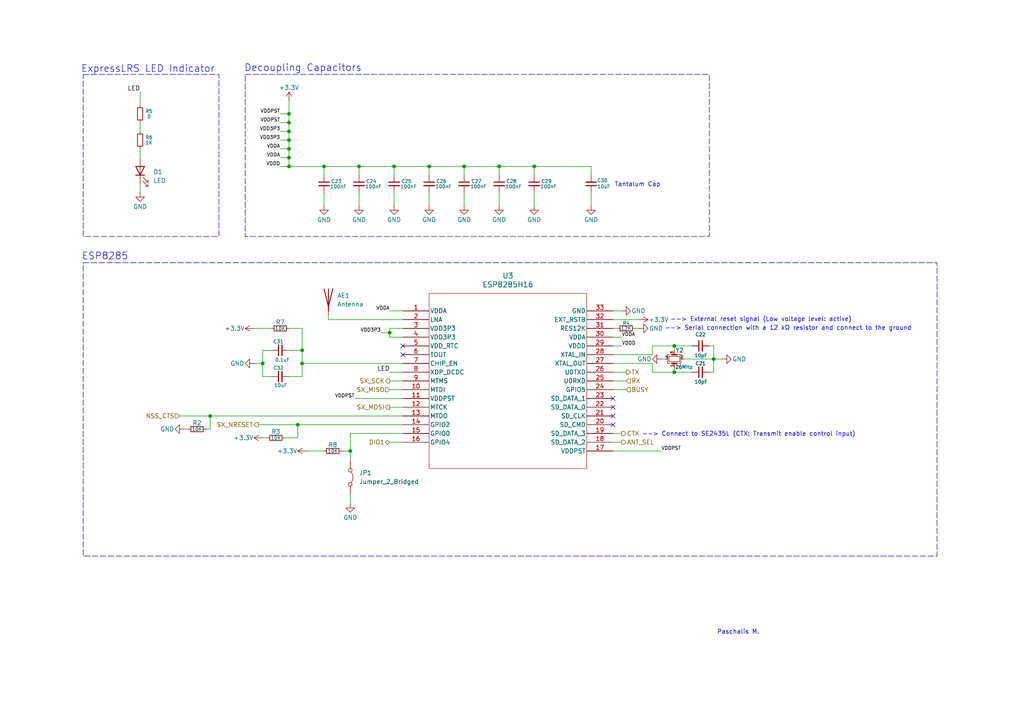
<source format=kicad_sch>
(kicad_sch (version 20231120) (generator "eeschema") (generator_version "8.0")
  (paper "A4")
  (title_block (title "ESP8285") (date "12-01-2025") (rev "1.0") (company "https://github.com/Paschalis | TeodoraMiu") (comment 1 "based on signal strength.") (comment 2 "SX1280 and manages antenna diversity by dynamically switching antennas ") (comment 3 "Is used to flash the ELRS firmware for a 2.4GHz receiver. It controls the  "))
  (lib_symbols
    (symbol "Device:Antenna" (pin_numbers hide) (pin_names (offset 1.016) hide)
      (property "Reference" "AE" (at -1.905 1.905 0))
      (property "Value" "Antenna" (at -1.905 0 0))
      (symbol "Antenna_0_1"
        (polyline (pts (xy 0 2.54) (xy 0 -3.81)) (stroke (width 0.254)))
        (polyline (pts (xy 1.27 2.54) (xy 0 -2.54) (xy -1.27 2.54)) (stroke (width 0.254)))
      )
      (symbol "Antenna_1_1"
        (pin input line (at 0 -5.08 90) (length 2.54) (name "A") (number "1"))
      )
    )
    (symbol "Device:C_Small" (pin_numbers hide) (pin_names (offset 0.254) hide)
      (property "Reference" "C" (at 0.254 1.778 0))
      (property "Value" "C_Small" (at 0.254 -2.032 0))
      (symbol "C_Small_0_1"
        (polyline (pts (xy -1.524 -0.508) (xy 1.524 -0.508)) (stroke (width 0.3302)))
        (polyline (pts (xy -1.524 0.508) (xy 1.524 0.508)) (stroke (width 0.3048)))
      )
      (symbol "C_Small_1_1"
        (pin passive line (at 0 2.54 270) (length 2.032) (name "~") (number "1"))
        (pin passive line (at 0 -2.54 90) (length 2.032) (name "~") (number "2"))
      )
    )
    (symbol "Device:Crystal_GND24_Small" (pin_names (offset 1.016) hide)
      (property "Reference" "Y" (at 1.27 4.445 0))
      (property "Value" "Crystal_GND24_Small" (at 1.27 2.54 0))
      (symbol "Crystal_GND24_Small_0_1"
        (rectangle (start -0.762 -1.524) (end 0.762 1.524))
        (polyline (pts (xy -1.27 -0.762) (xy -1.27 0.762)) (stroke (width 0.381)))
        (polyline (pts (xy 1.27 -0.762) (xy 1.27 0.762)) (stroke (width 0.381)))
        (polyline (pts (xy -1.27 -1.27) (xy -1.27 -1.905) (xy 1.27 -1.905) (xy 1.27 -1.27)))
        (polyline (pts (xy -1.27 1.27) (xy -1.27 1.905) (xy 1.27 1.905) (xy 1.27 1.27)))
      )
      (symbol "Crystal_GND24_Small_1_1"
        (pin passive line (at -2.54 0 0) (length 1.27) (name "1") (number "1"))
        (pin passive line (at 0 -2.54 90) (length 0.635) (name "2") (number "2"))
        (pin passive line (at 2.54 0 180) (length 1.27) (name "3") (number "3"))
        (pin passive line (at 0 2.54 270) (length 0.635) (name "4") (number "4"))
      )
    )
    (symbol "Device:LED" (pin_numbers hide) (pin_names (offset 1.016) hide)
      (property "Reference" "D" (at 0 2.54 0))
      (property "Value" "LED" (at 0 -2.54 0))
      (symbol "LED_0_1"
        (polyline (pts (xy -1.27 -1.27) (xy -1.27 1.27)) (stroke (width 0.254)))
        (polyline (pts (xy -1.27 0) (xy 1.27 0)))
        (polyline (pts (xy 1.27 -1.27) (xy 1.27 1.27) (xy -1.27 0) (xy 1.27 -1.27)) (stroke (width 0.254)))
        (polyline (pts (xy -3.048 -0.762) (xy -4.572 -2.286) (xy -3.81 -2.286) (xy -4.572 -2.286) (xy -4.572 -1.524)))
        (polyline (pts (xy -1.778 -0.762) (xy -3.302 -2.286) (xy -2.54 -2.286) (xy -3.302 -2.286) (xy -3.302 -1.524)))
      )
      (symbol "LED_1_1"
        (pin passive line (at -3.81 0 0) (length 2.54) (name "K") (number "1"))
        (pin passive line (at 3.81 0 180) (length 2.54) (name "A") (number "2"))
      )
    )
    (symbol "Device:R_Small" (pin_numbers hide) (pin_names (offset 0.254) hide)
      (property "Reference" "R" (at 0.762 0.508 0))
      (property "Value" "R_Small" (at 0.762 -1.016 0))
      (symbol "R_Small_0_1"
        (rectangle (start -0.762 1.778) (end 0.762 -1.778) (stroke (width 0.2032)))
      )
      (symbol "R_Small_1_1"
        (pin passive line (at 0 2.54 270) (length 0.762) (name "~") (number "1"))
        (pin passive line (at 0 -2.54 90) (length 0.762) (name "~") (number "2"))
      )
    )
    (symbol "ESP8285H16:ESP8285H16" (pin_names (offset 0.254))
      (property "Reference" "U" (at 30.48 10.16 0))
      (property "Value" "ESP8285H16" (at 30.48 7.62 0))
      (symbol "ESP8285H16_0_1"
        (polyline (pts (xy 7.62 -45.72) (xy 53.34 -45.72)) (stroke (width 0.127)))
        (polyline (pts (xy 7.62 5.08) (xy 7.62 -45.72)) (stroke (width 0.127)))
        (polyline (pts (xy 53.34 -45.72) (xy 53.34 5.08)) (stroke (width 0.127)))
        (polyline (pts (xy 53.34 5.08) (xy 7.62 5.08)) (stroke (width 0.127)))
        (pin power_in line (at 0 0 0) (length 7.62) (name "VDDA") (number "1"))
        (pin bidirectional line (at 0 -22.86 0) (length 7.62) (name "MTDI") (number "10"))
        (pin power_in line (at 0 -25.4 0) (length 7.62) (name "VDDPST") (number "11"))
        (pin bidirectional line (at 0 -27.94 0) (length 7.62) (name "MTCK") (number "12"))
        (pin bidirectional line (at 0 -30.48 0) (length 7.62) (name "MTDO") (number "13"))
        (pin bidirectional line (at 0 -33.02 0) (length 7.62) (name "GPIO2") (number "14"))
        (pin bidirectional line (at 0 -35.56 0) (length 7.62) (name "GPIO0") (number "15"))
        (pin bidirectional line (at 0 -38.1 0) (length 7.62) (name "GPIO4") (number "16"))
        (pin power_in line (at 60.96 -40.64 180) (length 7.62) (name "VDDPST") (number "17"))
        (pin bidirectional line (at 60.96 -38.1 180) (length 7.62) (name "SD_DATA_2") (number "18"))
        (pin bidirectional line (at 60.96 -35.56 180) (length 7.62) (name "SD_DATA_3") (number "19"))
        (pin bidirectional line (at 0 -2.54 0) (length 7.62) (name "LNA") (number "2"))
        (pin bidirectional line (at 60.96 -33.02 180) (length 7.62) (name "SD_CMD") (number "20"))
        (pin bidirectional line (at 60.96 -30.48 180) (length 7.62) (name "SD_CLK") (number "21"))
        (pin bidirectional line (at 60.96 -27.94 180) (length 7.62) (name "SD_DATA_0") (number "22"))
        (pin bidirectional line (at 60.96 -25.4 180) (length 7.62) (name "SD_DATA_1") (number "23"))
        (pin bidirectional line (at 60.96 -22.86 180) (length 7.62) (name "GPIO5") (number "24"))
        (pin bidirectional line (at 60.96 -20.32 180) (length 7.62) (name "U0RXD") (number "25"))
        (pin bidirectional line (at 60.96 -17.78 180) (length 7.62) (name "U0TXD") (number "26"))
        (pin bidirectional line (at 60.96 -15.24 180) (length 7.62) (name "XTAL_OUT") (number "27"))
        (pin bidirectional line (at 60.96 -12.7 180) (length 7.62) (name "XTAL_IN") (number "28"))
        (pin power_in line (at 60.96 -10.16 180) (length 7.62) (name "VDDD") (number "29"))
        (pin power_in line (at 0 -5.08 0) (length 7.62) (name "VDD3P3") (number "3"))
        (pin power_in line (at 60.96 -7.62 180) (length 7.62) (name "VDDA") (number "30"))
        (pin input line (at 60.96 -5.08 180) (length 7.62) (name "RES12K") (number "31"))
        (pin input line (at 60.96 -2.54 180) (length 7.62) (name "EXT_RSTB") (number "32"))
        (pin power_out line (at 60.96 0 180) (length 7.62) (name "GND") (number "33"))
        (pin power_in line (at 0 -7.62 0) (length 7.62) (name "VDD3P3") (number "4"))
        (pin power_in line (at 0 -10.16 0) (length 7.62) (name "VDD_RTC") (number "5"))
        (pin input line (at 0 -12.7 0) (length 7.62) (name "TOUT") (number "6"))
        (pin input line (at 0 -15.24 0) (length 7.62) (name "CHIP_EN") (number "7"))
        (pin bidirectional line (at 0 -17.78 0) (length 7.62) (name "XDP_DCDC") (number "8"))
        (pin bidirectional line (at 0 -20.32 0) (length 7.62) (name "MTMS") (number "9"))
      )
    )
    (symbol "Jumper:Jumper_2_Bridged" (pin_numbers hide) (pin_names (offset 0) hide) (exclude_from_sim yes)
      (property "Reference" "JP" (at 0 1.905 0))
      (property "Value" "Jumper_2_Bridged" (at 0 -2.54 0))
      (symbol "Jumper_2_Bridged_0_0"
        (circle (center -2.032 0) (radius 0.508))
        (circle (center 2.032 0) (radius 0.508))
      )
      (symbol "Jumper_2_Bridged_0_1"
        (arc (start 1.524 0.254) (mid 0 0.762) (end -1.524 0.254))
      )
      (symbol "Jumper_2_Bridged_1_1"
        (pin passive line (at -5.08 0 0) (length 2.54) (name "A") (number "1"))
        (pin passive line (at 5.08 0 180) (length 2.54) (name "B") (number "2"))
      )
    )
    (symbol "power:+3.3V" (power) (pin_numbers hide) (pin_names (offset 0) hide)
      (property "Value" "+3.3V" (at 0 3.556 0))
      (symbol "+3.3V_0_1"
        (polyline (pts (xy -0.762 1.27) (xy 0 2.54)))
        (polyline (pts (xy 0 0) (xy 0 2.54)))
        (polyline (pts (xy 0 2.54) (xy 0.762 1.27)))
      )
      (symbol "+3.3V_1_1"
        (pin power_in line (at 0 0 90) (length 0) (name "~") (number "1"))
      )
    )
    (symbol "power:GND" (power) (pin_numbers hide) (pin_names (offset 0) hide)
      (property "Value" "GND" (at 0 -3.81 0))
      (symbol "GND_0_1"
        (polyline (pts (xy 0 0) (xy 0 -1.27) (xy 1.27 -1.27) (xy 0 -2.54) (xy -1.27 -1.27) (xy 0 -1.27)))
      )
      (symbol "GND_1_1"
        (pin power_in line (at 0 0 270) (length 0) (name "~") (number "1"))
      )
    )
  )
  (junction (at 195.58 107.95))
  (junction (at 76.2 105.41))
  (junction (at 86.36 123.19))
  (junction (at 83.82 43.18))
  (junction (at 60.96 120.65))
  (junction (at 83.82 33.02))
  (junction (at 83.82 35.56))
  (junction (at 83.82 45.72))
  (junction (at 104.14 48.26))
  (junction (at 134.62 48.26))
  (junction (at 144.78 48.26))
  (junction (at 83.82 40.64))
  (junction (at 87.63 101.6))
  (junction (at 114.3 48.26))
  (junction (at 195.58 100.33))
  (junction (at 207.01 104.14))
  (junction (at 154.94 48.26))
  (junction (at 124.46 48.26))
  (junction (at 113.03 96.52))
  (junction (at 83.82 48.26))
  (junction (at 83.82 38.1))
  (junction (at 87.63 105.41))
  (junction (at 101.6 130.81))
  (junction (at 93.98 48.26))
  (no_connect (at 177.8 118.11))
  (no_connect (at 177.8 123.19))
  (no_connect (at 116.84 100.33))
  (no_connect (at 116.84 102.87))
  (no_connect (at 177.8 120.65))
  (no_connect (at 177.8 115.57))
  (wire (pts (xy 116.84 125.73) (xy 101.6 125.73)))
  (wire (pts (xy 113.03 90.17) (xy 116.84 90.17)))
  (wire (pts (xy 114.3 48.26) (xy 114.3 50.8)))
  (wire (pts (xy 52.07 120.65) (xy 60.96 120.65)))
  (wire (pts (xy 81.28 48.26) (xy 83.82 48.26)))
  (wire (pts (xy 74.93 123.19) (xy 86.36 123.19)))
  (wire (pts (xy 113.03 107.95) (xy 116.84 107.95)))
  (wire (pts (xy 93.98 55.88) (xy 93.98 59.69)))
  (wire (pts (xy 198.12 104.14) (xy 207.01 104.14)))
  (wire (pts (xy 189.23 100.33) (xy 195.58 100.33)))
  (wire (pts (xy 134.62 48.26) (xy 124.46 48.26)))
  (wire (pts (xy 76.2 109.22) (xy 76.2 105.41)))
  (wire (pts (xy 177.8 100.33) (xy 180.34 100.33)))
  (wire (pts (xy 195.58 107.95) (xy 195.58 106.68)))
  (wire (pts (xy 144.78 48.26) (xy 144.78 50.8)))
  (wire (pts (xy 177.8 125.73) (xy 180.34 125.73)))
  (wire (pts (xy 154.94 48.26) (xy 171.45 48.26)))
  (wire (pts (xy 177.8 97.79) (xy 180.34 97.79)))
  (wire (pts (xy 101.6 125.73) (xy 101.6 130.81)))
  (wire (pts (xy 113.03 113.03) (xy 116.84 113.03)))
  (wire (pts (xy 113.03 118.11) (xy 116.84 118.11)))
  (wire (pts (xy 207.01 100.33) (xy 207.01 104.14)))
  (wire (pts (xy 87.63 105.41) (xy 116.84 105.41)))
  (wire (pts (xy 177.8 128.27) (xy 180.34 128.27)))
  (wire (pts (xy 113.03 128.27) (xy 116.84 128.27)))
  (wire (pts (xy 76.2 105.41) (xy 73.66 105.41)))
  (wire (pts (xy 177.8 130.81) (xy 191.77 130.81)))
  (wire (pts (xy 113.03 95.25) (xy 113.03 96.52)))
  (wire (pts (xy 200.66 100.33) (xy 195.58 100.33)))
  (wire (pts (xy 154.94 50.8) (xy 154.94 48.26)))
  (wire (pts (xy 83.82 109.22) (xy 87.63 109.22)))
  (wire (pts (xy 177.8 105.41) (xy 189.23 105.41)))
  (wire (pts (xy 189.23 105.41) (xy 189.23 107.95)))
  (wire (pts (xy 83.82 48.26) (xy 83.82 45.72)))
  (wire (pts (xy 81.28 40.64) (xy 83.82 40.64)))
  (wire (pts (xy 88.9 130.81) (xy 93.98 130.81)))
  (wire (pts (xy 40.64 26.67) (xy 40.64 30.48)))
  (wire (pts (xy 40.64 53.34) (xy 40.64 55.88)))
  (wire (pts (xy 76.2 127) (xy 77.47 127)))
  (wire (pts (xy 177.8 107.95) (xy 181.61 107.95)))
  (wire (pts (xy 171.45 50.8) (xy 171.45 48.26)))
  (wire (pts (xy 60.96 124.46) (xy 59.69 124.46)))
  (wire (pts (xy 86.36 123.19) (xy 116.84 123.19)))
  (wire (pts (xy 205.74 107.95) (xy 207.01 107.95)))
  (wire (pts (xy 144.78 48.26) (xy 134.62 48.26)))
  (wire (pts (xy 171.45 55.88) (xy 171.45 59.69)))
  (wire (pts (xy 40.64 35.56) (xy 40.64 38.1)))
  (wire (pts (xy 86.36 127) (xy 86.36 123.19)))
  (wire (pts (xy 102.87 115.57) (xy 116.84 115.57)))
  (wire (pts (xy 177.8 102.87) (xy 189.23 102.87)))
  (wire (pts (xy 177.8 110.49) (xy 181.61 110.49)))
  (wire (pts (xy 81.28 38.1) (xy 83.82 38.1)))
  (wire (pts (xy 207.01 104.14) (xy 209.55 104.14)))
  (wire (pts (xy 81.28 45.72) (xy 83.82 45.72)))
  (wire (pts (xy 144.78 55.88) (xy 144.78 59.69)))
  (wire (pts (xy 87.63 101.6) (xy 83.82 101.6)))
  (wire (pts (xy 86.36 127) (xy 82.55 127)))
  (wire (pts (xy 87.63 95.25) (xy 87.63 101.6)))
  (wire (pts (xy 95.25 91.44) (xy 95.25 92.71)))
  (wire (pts (xy 93.98 48.26) (xy 93.98 50.8)))
  (wire (pts (xy 83.82 35.56) (xy 81.28 35.56)))
  (wire (pts (xy 83.82 40.64) (xy 83.82 38.1)))
  (wire (pts (xy 154.94 48.26) (xy 144.78 48.26)))
  (wire (pts (xy 189.23 107.95) (xy 195.58 107.95)))
  (wire (pts (xy 134.62 55.88) (xy 134.62 59.69)))
  (wire (pts (xy 205.74 100.33) (xy 207.01 100.33)))
  (wire (pts (xy 93.98 48.26) (xy 83.82 48.26)))
  (wire (pts (xy 104.14 55.88) (xy 104.14 59.69)))
  (wire (pts (xy 113.03 96.52) (xy 113.03 97.79)))
  (wire (pts (xy 81.28 33.02) (xy 83.82 33.02)))
  (wire (pts (xy 83.82 43.18) (xy 83.82 40.64)))
  (wire (pts (xy 191.77 104.14) (xy 193.04 104.14)))
  (wire (pts (xy 177.8 113.03) (xy 181.61 113.03)))
  (wire (pts (xy 184.15 95.25) (xy 185.42 95.25)))
  (wire (pts (xy 53.34 124.46) (xy 54.61 124.46)))
  (wire (pts (xy 124.46 48.26) (xy 114.3 48.26)))
  (wire (pts (xy 110.49 96.52) (xy 113.03 96.52)))
  (wire (pts (xy 83.82 95.25) (xy 87.63 95.25)))
  (wire (pts (xy 83.82 29.21) (xy 83.82 33.02)))
  (wire (pts (xy 114.3 48.26) (xy 104.14 48.26)))
  (wire (pts (xy 101.6 143.51) (xy 101.6 146.05)))
  (wire (pts (xy 207.01 107.95) (xy 207.01 104.14)))
  (wire (pts (xy 189.23 102.87) (xy 189.23 100.33)))
  (wire (pts (xy 83.82 33.02) (xy 83.82 35.56)))
  (wire (pts (xy 195.58 100.33) (xy 195.58 101.6)))
  (wire (pts (xy 40.64 43.18) (xy 40.64 45.72)))
  (wire (pts (xy 60.96 120.65) (xy 116.84 120.65)))
  (wire (pts (xy 83.82 45.72) (xy 83.82 43.18)))
  (wire (pts (xy 81.28 43.18) (xy 83.82 43.18)))
  (wire (pts (xy 113.03 97.79) (xy 116.84 97.79)))
  (wire (pts (xy 113.03 110.49) (xy 116.84 110.49)))
  (wire (pts (xy 104.14 48.26) (xy 93.98 48.26)))
  (wire (pts (xy 200.66 107.95) (xy 195.58 107.95)))
  (wire (pts (xy 124.46 48.26) (xy 124.46 50.8)))
  (wire (pts (xy 60.96 124.46) (xy 60.96 120.65)))
  (wire (pts (xy 154.94 55.88) (xy 154.94 59.69)))
  (wire (pts (xy 177.8 95.25) (xy 179.07 95.25)))
  (wire (pts (xy 177.8 90.17) (xy 180.34 90.17)))
  (wire (pts (xy 134.62 48.26) (xy 134.62 50.8)))
  (wire (pts (xy 101.6 130.81) (xy 101.6 133.35)))
  (wire (pts (xy 99.06 130.81) (xy 101.6 130.81)))
  (wire (pts (xy 95.25 92.71) (xy 116.84 92.71)))
  (wire (pts (xy 124.46 55.88) (xy 124.46 59.69)))
  (wire (pts (xy 177.8 92.71) (xy 185.42 92.71)))
  (wire (pts (xy 73.66 95.25) (xy 78.74 95.25)))
  (wire (pts (xy 114.3 55.88) (xy 114.3 59.69)))
  (wire (pts (xy 83.82 38.1) (xy 83.82 35.56)))
  (wire (pts (xy 76.2 101.6) (xy 76.2 105.41)))
  (wire (pts (xy 113.03 95.25) (xy 116.84 95.25)))
  (wire (pts (xy 78.74 101.6) (xy 76.2 101.6)))
  (wire (pts (xy 78.74 109.22) (xy 76.2 109.22)))
  (wire (pts (xy 87.63 101.6) (xy 87.63 105.41)))
  (wire (pts (xy 87.63 109.22) (xy 87.63 105.41)))
  (wire (pts (xy 104.14 48.26) (xy 104.14 50.8)))
  (rectangle (start 24.13 76.2) (end 271.78 161.29) (stroke (width 0) (type dash)))
  (rectangle (start 24.13 21.59) (end 63.5 68.58) (stroke (width 0) (type dash)))
  (rectangle (start 71.12 21.59) (end 205.74 68.58) (stroke (width 0) (type dash)))
  (text "--> Serial connection with a 12 kΩ resistor and connect to the ground" (at 228.6 95.25 0) (effects (font (size 1.27 1.27))))
  (text "--> External reset signal (Low voltage level: active)" (at 220.726 92.71 0) (effects (font (size 1.27 1.27))))
  (text "Decoupling Capacitors" (at 87.884 19.812 0) (effects (font (size 2 2))))
  (text "ExpressLRS LED Indicator" (at 42.926 20.066 0) (effects (font (size 2 2))))
  (text "Tantalum Cap" (at 184.912 53.594 0) (effects (font (size 1.27 1.27))))
  (text "Paschalis M." (at 214.122 183.388 0) (effects (font (size 1.27 1.27))))
  (text "--> Connect to SE2435L (CTX: Transmit enable control input)" (at 217.17 125.984 0) (effects (font (size 1.27 1.27))))
  (text "ESP8285" (at 30.48 74.422 0) (effects (font (size 2 2))))
  (label "VDDPST" (at 191.77 130.81 0) (effects (font (size 1 1))))
  (label "LED" (at 40.64 26.67 180))
  (label "VDDA" (at 180.34 97.79 0) (effects (font (size 1 1))))
  (label "VDDA" (at 81.28 43.18 180) (effects (font (size 1 1))))
  (label "VDDPST" (at 81.28 35.56 180) (effects (font (size 1 1))))
  (label "VDD3P3" (at 81.28 38.1 180) (effects (font (size 1 1))))
  (label "VDDA" (at 113.03 90.17 180) (effects (font (size 1 1))))
  (label "VDD3P3" (at 81.28 40.64 180) (effects (font (size 1 1))))
  (label "VDDPST" (at 81.28 33.02 180) (effects (font (size 1 1))))
  (label "VDDPST" (at 102.87 115.57 180) (effects (font (size 1 1))))
  (label "VDD3P3" (at 110.49 96.52 180) (effects (font (size 1 1))))
  (label "VDDA" (at 81.28 45.72 180) (effects (font (size 1 1))))
  (label "LED" (at 113.03 107.95 180))
  (label "VDDD" (at 81.28 48.26 180) (effects (font (size 1 1))))
  (label "VDDD" (at 180.34 100.33 0) (effects (font (size 1 1))))
  (hierarchical_label "SX_MOSI" (shape output) (at 113.03 118.11 180))
  (hierarchical_label "SX_SCK" (shape output) (at 113.03 110.49 180))
  (hierarchical_label "NSS_CTS" (shape input) (at 52.07 120.65 180))
  (hierarchical_label "DIO1" (shape bidirectional) (at 113.03 128.27 180))
  (hierarchical_label "ANT_SEL" (shape output) (at 180.34 128.27 0))
  (hierarchical_label "TX" (shape output) (at 181.61 107.95 0))
  (hierarchical_label "RX" (shape input) (at 181.61 110.49 0))
  (hierarchical_label "BUSY" (shape input) (at 181.61 113.03 0))
  (hierarchical_label "SX_MISO" (shape input) (at 113.03 113.03 180))
  (hierarchical_label "CTX" (shape output) (at 180.34 125.73 0))
  (hierarchical_label "SX_NRESET" (shape output) (at 74.93 123.19 180))
  (symbol (lib_id "Device:C_Small") (at 114.3 53.34 0) (unit 1)
    (property "Reference" "C25" (at 116.332 52.578 0) (effects (font (size 1 1)) (justify left)))
    (property "Value" "100nF" (at 116.078 54.102 0) (effects (font (size 1 1)) (justify left)))
    (property "Footprint" "Capacitor_SMD:C_0805_2012Metric_Pad1.18x1.45mm_HandSolder" (effects (hide yes)))
    (property "Description" "Unpolarized capacitor, small symbol" (effects (hide yes)))
  )
  (symbol (lib_id "power:GND") (at 40.64 55.88 0) (unit 1)
    (property "Reference" "#PWR055" (effects (hide yes)))
    (property "Value" "GND" (at 40.64 59.944 0))
    (property "Description" "Power symbol creates a global label with name \"GND\" , ground" (effects (hide yes)))
  )
  (symbol (lib_id "Device:R_Small") (at 57.15 124.46 90) (unit 1)
    (property "Reference" "R2" (at 57.15 122.682 90))
    (property "Value" "10K" (at 57.15 124.46 90) (effects (font (size 1 1))))
    (property "Footprint" "Resistor_SMD:R_0805_2012Metric_Pad1.20x1.40mm_HandSolder" (effects (hide yes)))
    (property "Description" "Resistor, small symbol" (effects (hide yes)))
  )
  (symbol (lib_id "Jumper:Jumper_2_Bridged") (at 101.6 138.43 270) (unit 1) (exclude_from_sim yes)
    (property "Reference" "JP1" (at 104.14 137.1599 90) (effects (justify left)))
    (property "Value" "Jumper_2_Bridged" (at 104.14 139.6999 90) (effects (justify left)))
    (property "Footprint" "TestPoint:TestPoint_2Pads_Pitch2.54mm_Drill0.8mm" (effects (hide yes)))
    (property "Description" "Jumper, 2-pole, closed/bridged" (effects (hide yes)))
  )
  (symbol (lib_id "power:GND") (at 191.77 104.14 270) (mirror x) (unit 1)
    (property "Reference" "#PWR039" (effects (hide yes)))
    (property "Value" "GND" (at 188.976 104.14 90) (effects (justify right)))
    (property "Description" "Power symbol creates a global label with name \"GND\" , ground" (effects (hide yes)))
  )
  (symbol (lib_id "Device:R_Small") (at 40.64 33.02 0) (unit 1)
    (property "Reference" "R5" (at 42.164 32.258 0) (effects (font (size 1 1)) (justify left)))
    (property "Value" "0" (at 42.672 33.782 0) (effects (font (size 1 1)) (justify left)))
    (property "Footprint" "Resistor_SMD:R_0805_2012Metric_Pad1.20x1.40mm_HandSolder" (effects (hide yes)))
    (property "Description" "Resistor, small symbol" (effects (hide yes)))
  )
  (symbol (lib_id "power:GND") (at 73.66 105.41 270) (mirror x) (unit 1)
    (property "Reference" "#PWR056" (effects (hide yes)))
    (property "Value" "GND" (at 70.866 105.41 90) (effects (justify right)))
    (property "Description" "Power symbol creates a global label with name \"GND\" , ground" (effects (hide yes)))
  )
  (symbol (lib_id "Device:LED") (at 40.64 49.53 90) (unit 1)
    (property "Reference" "D1" (at 44.45 49.8474 90) (effects (justify right)))
    (property "Value" "LED" (at 44.45 52.3874 90) (effects (justify right)))
    (property "Footprint" "LED_SMD:LED_0805_2012Metric_Pad1.15x1.40mm_HandSolder" (effects (hide yes)))
    (property "Description" "Light emitting diode" (effects (hide yes)))
  )
  (symbol (lib_id "Device:Antenna") (at 95.25 86.36 0) (unit 1)
    (property "Reference" "AE1" (at 97.79 85.7249 0) (effects (justify left)))
    (property "Value" "Antenna" (at 97.79 88.2649 0) (effects (justify left)))
    (property "Footprint" "RF_Antenna:Texas_SWRA117D_2.4GHz_Right" (effects (hide yes)))
    (property "Description" "Antenna" (effects (hide yes)))
  )
  (symbol (lib_id "power:GND") (at 53.34 124.46 270) (mirror x) (unit 1)
    (property "Reference" "#PWR038" (effects (hide yes)))
    (property "Value" "GND" (at 50.546 124.46 90) (effects (justify right)))
    (property "Description" "Power symbol creates a global label with name \"GND\" , ground" (effects (hide yes)))
  )
  (symbol (lib_id "power:GND") (at 154.94 59.69 0) (unit 1)
    (property "Reference" "#PWR052" (effects (hide yes)))
    (property "Value" "GND" (at 154.94 63.754 0))
    (property "Description" "Power symbol creates a global label with name \"GND\" , ground" (effects (hide yes)))
  )
  (symbol (lib_id "Device:R_Small") (at 40.64 40.64 0) (unit 1)
    (property "Reference" "R6" (at 42.164 39.878 0) (effects (font (size 1 1)) (justify left)))
    (property "Value" "1K" (at 42.164 41.402 0) (effects (font (size 1 1)) (justify left)))
    (property "Footprint" "Resistor_SMD:R_0805_2012Metric_Pad1.20x1.40mm_HandSolder" (effects (hide yes)))
    (property "Description" "Resistor, small symbol" (effects (hide yes)))
  )
  (symbol (lib_id "Device:C_Small") (at 144.78 53.34 0) (unit 1)
    (property "Reference" "C28" (at 146.812 52.578 0) (effects (font (size 1 1)) (justify left)))
    (property "Value" "100nF" (at 146.558 54.102 0) (effects (font (size 1 1)) (justify left)))
    (property "Footprint" "Capacitor_SMD:C_0805_2012Metric_Pad1.18x1.45mm_HandSolder" (effects (hide yes)))
    (property "Description" "Unpolarized capacitor, small symbol" (effects (hide yes)))
  )
  (symbol (lib_id "power:GND") (at 101.6 146.05 0) (unit 1)
    (property "Reference" "#PWR058" (effects (hide yes)))
    (property "Value" "GND" (at 101.6 150.114 0))
    (property "Description" "Power symbol creates a global label with name \"GND\" , ground" (effects (hide yes)))
  )
  (symbol (lib_id "power:GND") (at 180.34 90.17 90) (unit 1)
    (property "Reference" "#PWR042" (effects (hide yes)))
    (property "Value" "GND" (at 183.134 90.17 90) (effects (justify right)))
    (property "Description" "Power symbol creates a global label with name \"GND\" , ground" (effects (hide yes)))
  )
  (symbol (lib_id "Device:R_Small") (at 96.52 130.81 90) (unit 1)
    (property "Reference" "R8" (at 96.52 129.032 90))
    (property "Value" "10K" (at 96.52 130.81 90) (effects (font (size 1 1))))
    (property "Footprint" "Resistor_SMD:R_0805_2012Metric_Pad1.20x1.40mm_HandSolder" (effects (hide yes)))
    (property "Description" "Resistor, small symbol" (effects (hide yes)))
  )
  (symbol (lib_id "Device:C_Small") (at 104.14 53.34 0) (unit 1)
    (property "Reference" "C24" (at 106.172 52.578 0) (effects (font (size 1 1)) (justify left)))
    (property "Value" "100nF" (at 105.918 54.102 0) (effects (font (size 1 1)) (justify left)))
    (property "Footprint" "Capacitor_SMD:C_0805_2012Metric_Pad1.18x1.45mm_HandSolder" (effects (hide yes)))
    (property "Description" "Unpolarized capacitor, small symbol" (effects (hide yes)))
  )
  (symbol (lib_id "power:GND") (at 93.98 59.69 0) (unit 1)
    (property "Reference" "#PWR046" (effects (hide yes)))
    (property "Value" "GND" (at 93.98 63.754 0))
    (property "Description" "Power symbol creates a global label with name \"GND\" , ground" (effects (hide yes)))
  )
  (symbol (lib_id "power:+3.3V") (at 88.9 130.81 90) (mirror x) (unit 1)
    (property "Reference" "#PWR057" (effects (hide yes)))
    (property "Value" "+3.3V" (at 83.312 130.81 90))
    (property "Description" "Power symbol creates a global label with name \"+3.3V\"" (effects (hide yes)))
  )
  (symbol (lib_id "power:GND") (at 124.46 59.69 0) (unit 1)
    (property "Reference" "#PWR049" (effects (hide yes)))
    (property "Value" "GND" (at 124.46 63.754 0))
    (property "Description" "Power symbol creates a global label with name \"GND\" , ground" (effects (hide yes)))
  )
  (symbol (lib_id "Device:C_Small") (at 124.46 53.34 0) (unit 1)
    (property "Reference" "C26" (at 126.492 52.578 0) (effects (font (size 1 1)) (justify left)))
    (property "Value" "100nF" (at 126.238 54.102 0) (effects (font (size 1 1)) (justify left)))
    (property "Footprint" "Capacitor_SMD:C_0805_2012Metric_Pad1.18x1.45mm_HandSolder" (effects (hide yes)))
    (property "Description" "Unpolarized capacitor, small symbol" (effects (hide yes)))
  )
  (symbol (lib_id "power:GND") (at 144.78 59.69 0) (unit 1)
    (property "Reference" "#PWR051" (effects (hide yes)))
    (property "Value" "GND" (at 144.78 63.754 0))
    (property "Description" "Power symbol creates a global label with name \"GND\" , ground" (effects (hide yes)))
  )
  (symbol (lib_id "power:GND") (at 185.42 95.25 90) (unit 1)
    (property "Reference" "#PWR043" (effects (hide yes)))
    (property "Value" "GND" (at 188.214 95.25 90) (effects (justify right)))
    (property "Description" "Power symbol creates a global label with name \"GND\" , ground" (effects (hide yes)))
  )
  (symbol (lib_id "ESP8285H16:ESP8285H16") (at 116.84 90.17 0) (unit 1)
    (property "Reference" "U3" (at 147.32 80.01 0) (effects (font (size 1.524 1.524))))
    (property "Value" "ESP8285H16" (at 147.32 82.55 0) (effects (font (size 1.524 1.524))))
    (property "Footprint" "ESP8285H16:QFN32_5X5_EXP" (effects (hide yes)))
    (property "Datasheet" "ESP8285H16" (effects (hide yes)))
  )
  (symbol (lib_id "Device:R_Small") (at 80.01 127 90) (unit 1)
    (property "Reference" "R3" (at 80.01 125.222 90))
    (property "Value" "10K" (at 80.01 127 90) (effects (font (size 1 1))))
    (property "Footprint" "Resistor_SMD:R_0805_2012Metric_Pad1.20x1.40mm_HandSolder" (effects (hide yes)))
    (property "Description" "Resistor, small symbol" (effects (hide yes)))
  )
  (symbol (lib_id "power:+3.3V") (at 185.42 92.71 270) (unit 1)
    (property "Reference" "#PWR045" (effects (hide yes)))
    (property "Value" "+3.3V" (at 191.008 92.71 90))
    (property "Description" "Power symbol creates a global label with name \"+3.3V\"" (effects (hide yes)))
  )
  (symbol (lib_id "Device:Crystal_GND24_Small") (at 195.58 104.14 90) (unit 1)
    (property "Reference" "Y2" (at 197.104 101.6 90))
    (property "Value" "26MHz" (at 198.374 106.426 90) (effects (font (size 1 1))))
    (property "Footprint" "Crystal:Crystal_SMD_2016-4Pin_2.0x1.6mm" (effects (hide yes)))
    (property "Description" "Four pin crystal, GND on pins 2 and 4, small symbol" (effects (hide yes)))
  )
  (symbol (lib_id "Device:C_Small") (at 154.94 53.34 0) (unit 1)
    (property "Reference" "C29" (at 156.972 52.578 0) (effects (font (size 1 1)) (justify left)))
    (property "Value" "100nF" (at 156.718 54.102 0) (effects (font (size 1 1)) (justify left)))
    (property "Footprint" "Capacitor_SMD:C_0805_2012Metric_Pad1.18x1.45mm_HandSolder" (effects (hide yes)))
    (property "Description" "Unpolarized capacitor, small symbol" (effects (hide yes)))
  )
  (symbol (lib_id "power:+3.3V") (at 76.2 127 90) (mirror x) (unit 1)
    (property "Reference" "#PWR040" (effects (hide yes)))
    (property "Value" "+3.3V" (at 70.612 127 90))
    (property "Description" "Power symbol creates a global label with name \"+3.3V\"" (effects (hide yes)))
  )
  (symbol (lib_id "Device:C_Small") (at 203.2 100.33 90) (unit 1)
    (property "Reference" "C22" (at 204.724 97.028 90) (effects (font (size 1 1)) (justify left)))
    (property "Value" "10pF" (at 205.232 103.124 90) (effects (font (size 1 1)) (justify left)))
    (property "Footprint" "Capacitor_SMD:C_0805_2012Metric_Pad1.18x1.45mm_HandSolder" (effects (hide yes)))
    (property "Description" "Unpolarized capacitor, small symbol" (effects (hide yes)))
  )
  (symbol (lib_id "power:GND") (at 104.14 59.69 0) (unit 1)
    (property "Reference" "#PWR047" (effects (hide yes)))
    (property "Value" "GND" (at 104.14 63.754 0))
    (property "Description" "Power symbol creates a global label with name \"GND\" , ground" (effects (hide yes)))
  )
  (symbol (lib_id "Device:C_Small") (at 171.45 53.34 180) (unit 1)
    (property "Reference" "C30" (at 176.276 52.324 0) (effects (font (size 1 1)) (justify left)))
    (property "Value" "10uF" (at 177.038 54.102 0) (effects (font (size 1 1)) (justify left)))
    (property "Footprint" "ECASD40J106M055K00:ECASD40J106M055K00" (effects (hide yes)))
    (property "Description" "Unpolarized capacitor, small symbol" (effects (hide yes)))
  )
  (symbol (lib_id "Device:R_Small") (at 81.28 95.25 90) (unit 1)
    (property "Reference" "R7" (at 81.28 93.472 90))
    (property "Value" "10K" (at 81.28 95.25 90) (effects (font (size 1 1))))
    (property "Footprint" "Resistor_SMD:R_0805_2012Metric_Pad1.20x1.40mm_HandSolder" (effects (hide yes)))
    (property "Description" "Resistor, small symbol" (effects (hide yes)))
  )
  (symbol (lib_id "power:GND") (at 209.55 104.14 90) (unit 1)
    (property "Reference" "#PWR041" (effects (hide yes)))
    (property "Value" "GND" (at 212.344 104.14 90) (effects (justify right)))
    (property "Description" "Power symbol creates a global label with name \"GND\" , ground" (effects (hide yes)))
  )
  (symbol (lib_id "Device:C_Small") (at 81.28 109.22 90) (unit 1)
    (property "Reference" "C32" (at 82.296 106.68 90) (effects (font (size 1 1)) (justify left)))
    (property "Value" "10uF" (at 83.312 111.76 90) (effects (font (size 1 1)) (justify left)))
    (property "Footprint" "ECASD40J106M055K00:ECASD40J106M055K00" (effects (hide yes)))
    (property "Description" "Unpolarized capacitor, small symbol" (effects (hide yes)))
  )
  (symbol (lib_id "power:GND") (at 114.3 59.69 0) (unit 1)
    (property "Reference" "#PWR048" (effects (hide yes)))
    (property "Value" "GND" (at 114.3 63.754 0))
    (property "Description" "Power symbol creates a global label with name \"GND\" , ground" (effects (hide yes)))
  )
  (symbol (lib_id "Device:C_Small") (at 93.98 53.34 0) (unit 1)
    (property "Reference" "C23" (at 96.012 52.578 0) (effects (font (size 1 1)) (justify left)))
    (property "Value" "100nF" (at 95.758 54.102 0) (effects (font (size 1 1)) (justify left)))
    (property "Footprint" "Capacitor_SMD:C_0805_2012Metric_Pad1.18x1.45mm_HandSolder" (effects (hide yes)))
    (property "Description" "Unpolarized capacitor, small symbol" (effects (hide yes)))
  )
  (symbol (lib_id "Device:C_Small") (at 203.2 107.95 90) (unit 1)
    (property "Reference" "C21" (at 204.724 105.41 90) (effects (font (size 1 1)) (justify left)))
    (property "Value" "10pF" (at 205.232 110.744 90) (effects (font (size 1 1)) (justify left)))
    (property "Footprint" "Capacitor_SMD:C_0805_2012Metric_Pad1.18x1.45mm_HandSolder" (effects (hide yes)))
    (property "Description" "Unpolarized capacitor, small symbol" (effects (hide yes)))
  )
  (symbol (lib_id "power:+3.3V") (at 83.82 29.21 0) (unit 1)
    (property "Reference" "#PWR053" (effects (hide yes)))
    (property "Value" "+3.3V" (at 83.82 25.4 0))
    (property "Description" "Power symbol creates a global label with name \"+3.3V\"" (effects (hide yes)))
  )
  (symbol (lib_id "Device:C_Small") (at 81.28 101.6 90) (unit 1)
    (property "Reference" "C31" (at 82.296 99.06 90) (effects (font (size 1 1)) (justify left)))
    (property "Value" "0.1uF" (at 84.074 104.394 90) (effects (font (size 1 1)) (justify left)))
    (property "Footprint" "Capacitor_SMD:C_0805_2012Metric_Pad1.18x1.45mm_HandSolder" (effects (hide yes)))
    (property "Description" "Unpolarized capacitor, small symbol" (effects (hide yes)))
  )
  (symbol (lib_id "power:+3.3V") (at 73.66 95.25 90) (mirror x) (unit 1)
    (property "Reference" "#PWR044" (effects (hide yes)))
    (property "Value" "+3.3V" (at 68.072 95.25 90))
    (property "Description" "Power symbol creates a global label with name \"+3.3V\"" (effects (hide yes)))
  )
  (symbol (lib_id "power:GND") (at 171.45 59.69 0) (unit 1)
    (property "Reference" "#PWR054" (effects (hide yes)))
    (property "Value" "GND" (at 171.45 63.754 0))
    (property "Description" "Power symbol creates a global label with name \"GND\" , ground" (effects (hide yes)))
  )
  (symbol (lib_id "power:GND") (at 134.62 59.69 0) (unit 1)
    (property "Reference" "#PWR050" (effects (hide yes)))
    (property "Value" "GND" (at 134.62 63.754 0))
    (property "Description" "Power symbol creates a global label with name \"GND\" , ground" (effects (hide yes)))
  )
  (symbol (lib_id "Device:R_Small") (at 181.61 95.25 90) (unit 1)
    (property "Reference" "R4" (at 181.61 93.726 90) (effects (font (size 1 1))))
    (property "Value" "12K" (at 181.61 95.25 90) (effects (font (size 1 1))))
    (property "Footprint" "Resistor_SMD:R_0805_2012Metric_Pad1.20x1.40mm_HandSolder" (effects (hide yes)))
    (property "Description" "Resistor, small symbol" (effects (hide yes)))
  )
  (symbol (lib_id "Device:C_Small") (at 134.62 53.34 0) (unit 1)
    (property "Reference" "C27" (at 136.652 52.578 0) (effects (font (size 1 1)) (justify left)))
    (property "Value" "100nF" (at 136.398 54.102 0) (effects (font (size 1 1)) (justify left)))
    (property "Footprint" "Capacitor_SMD:C_0805_2012Metric_Pad1.18x1.45mm_HandSolder" (effects (hide yes)))
    (property "Description" "Unpolarized capacitor, small symbol" (effects (hide yes)))
  )
)
</source>
